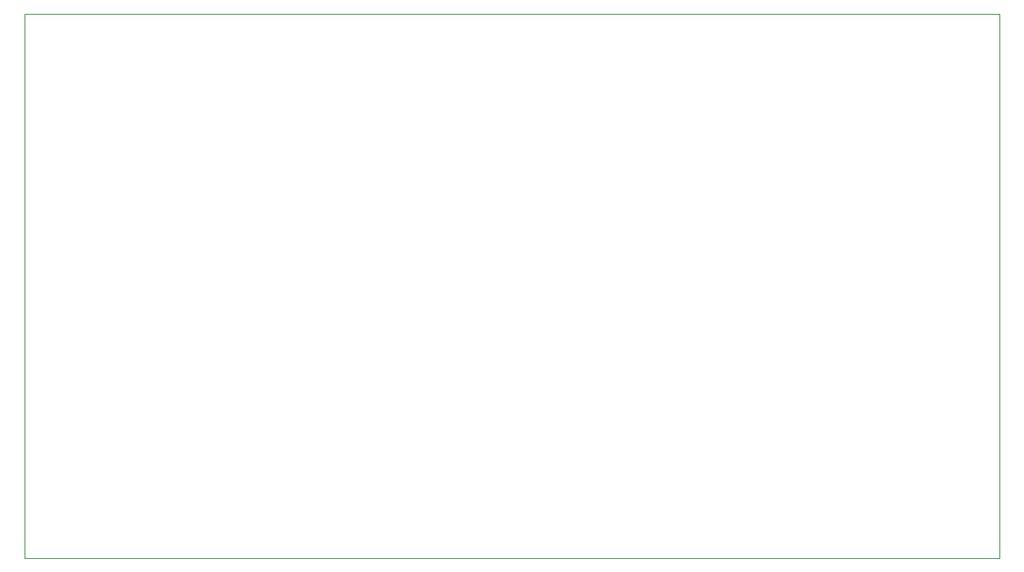
<source format=gbr>
%TF.GenerationSoftware,KiCad,Pcbnew,7.0.11-7.0.11~ubuntu22.04.1*%
%TF.CreationDate,2025-02-11T22:24:31-05:00*%
%TF.ProjectId,C64UltimatePSU,43363455-6c74-4696-9d61-74655053552e,rev?*%
%TF.SameCoordinates,Original*%
%TF.FileFunction,Profile,NP*%
%FSLAX46Y46*%
G04 Gerber Fmt 4.6, Leading zero omitted, Abs format (unit mm)*
G04 Created by KiCad (PCBNEW 7.0.11-7.0.11~ubuntu22.04.1) date 2025-02-11 22:24:31*
%MOMM*%
%LPD*%
G01*
G04 APERTURE LIST*
%TA.AperFunction,Profile*%
%ADD10C,0.100000*%
%TD*%
G04 APERTURE END LIST*
D10*
X93000000Y-35052000D02*
X193802000Y-35052000D01*
X193802000Y-91440000D01*
X93000000Y-91440000D01*
X93000000Y-35052000D01*
M02*

</source>
